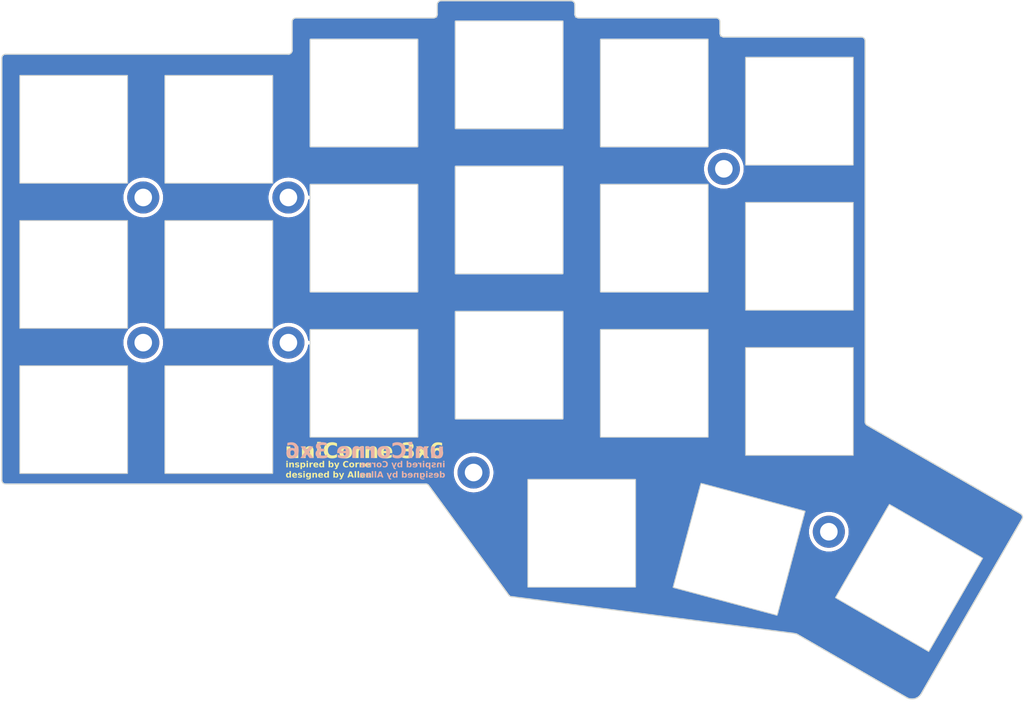
<source format=kicad_pcb>
(kicad_pcb (version 20240108) (generator "pcbnew") (generator_version "8.0")
  (layers (0 "F.Cu" signal) (31 "B.Cu" signal) (34 "B.Paste" user) (35 "F.Paste" user) (36 "B.SilkS" user "B.Silkscreen") (37 "F.SilkS" user "F.Silkscreen") (38 "B.Mask" user) (39 "F.Mask" user) (44 "Edge.Cuts" user))
  (net 0 "")
  (net 1 "GND")
  (footprint "KBD_PARTS:M2_Hole_TH" (layer "F.Cu") (at 98.46 105.85)
    (property "Reference" "H6" (hide yes))
    (property "Value" "MountingHole")
    (pad "" thru_hole circle (at 0 0) (size 4.2 4.2) (drill 2.3) (layers "*.Cu" "*.Mask"))
  )
  (footprint "KBD_PARTS:M2_Hole_TH" (layer "F.Cu") (at 122.7 122.85)
    (property "Reference" "H4" (hide yes))
    (property "Value" "MountingHole")
    (pad "" thru_hole circle (at 0 0) (size 4.2 4.2) (drill 2.3) (layers "*.Cu" "*.Mask"))
  )
  (footprint "KBD_PARTS:M2_Hole_TH" (layer "F.Cu") (at 79.46 86.85)
    (property "Reference" "H7" (hide yes))
    (property "Value" "MountingHole")
    (pad "" thru_hole circle (at 0 0) (size 4.2 4.2) (drill 2.3) (layers "*.Cu" "*.Mask"))
  )
  (footprint "KBD_PARTS:M2_Hole_TH" (layer "F.Cu") (at 98.46 86.85)
    (property "Reference" "H7" (hide yes))
    (property "Value" "MountingHole")
    (pad "" thru_hole circle (at 0 0) (size 4.2 4.2) (drill 2.3) (layers "*.Cu" "*.Mask"))
  )
  (footprint "KBD_PARTS:M2_Hole_TH" (layer "F.Cu") (at 169.2 130.6)
    (property "Reference" "H3" (hide yes))
    (property "Value" "MountingHole")
    (pad "" thru_hole circle (at 0 0) (size 4.2 4.2) (drill 2.3) (layers "*.Cu" "*.Mask"))
  )
  (footprint "KBD_PARTS:M2_Hole_TH" (layer "F.Cu") (at 155.46 83.1)
    (property "Reference" "H5" (hide yes))
    (property "Value" "MountingHole")
    (pad "" thru_hole circle (at 0 0) (size 4.2 4.2) (drill 2.3) (layers "*.Cu" "*.Mask"))
  )
  (footprint "KBD_PARTS:M2_Hole_TH" (layer "F.Cu") (at 79.46 105.85)
    (property "Reference" "H6" (hide yes))
    (property "Value" "MountingHole")
    (pad "" thru_hole circle (at 0 0) (size 4.2 4.2) (drill 2.3) (layers "*.Cu" "*.Mask"))
  )
  (footprint "KBD_PARTS:SW_hole_14x14" (layer "B.Cu") (at 127.35 89.7996 180)
    (property "Reference" "SW8" (hide yes))
    (property "Value" "SW_MX_HS" (hide yes))
    (fp_rect (start -7.05 7.05) (end 7.05 -7.05) (stroke (width 0.12)) (fill none) (layer "Edge.Cuts"))
  )
  (footprint "KBD_PARTS:SW_hole_14x14" (layer "B.Cu") (at 89.35 77.9246 180)
    (property "Reference" "SW1" (hide yes))
    (property "Value" "SW_MX_HS" (hide yes))
    (fp_rect (start -7.05 7.05) (end 7.05 -7.05) (stroke (width 0.12)) (fill none) (layer "Edge.Cuts"))
  )
  (footprint "KBD_PARTS:SW_hole_14x14" (layer "B.Cu") (at 165.35 113.5496 180)
    (property "Reference" "SW15" (hide yes))
    (property "Value" "SW_MX_HS" (hide yes))
    (fp_rect (start -7.05 7.05) (end 7.05 -7.05) (stroke (width 0.12)) (fill none) (layer "Edge.Cuts"))
  )
  (footprint "KBD_PARTS:SW_hole_14x14" (layer "B.Cu") (at 89.35 115.9246 180)
    (property "Reference" "SW11" (hide yes))
    (property "Value" "SW_MX_HS" (hide yes))
    (fp_rect (start -7.05 7.05) (end 7.05 -7.05) (stroke (width 0.12)) (fill none) (layer "Edge.Cuts"))
  )
  (footprint "KBD_PARTS:SW_hole_14x14" (layer "B.Cu") (at 146.35 92.1746 180)
    (property "Reference" "SW9" (hide yes))
    (property "Value" "SW_MX_HS" (hide yes))
    (fp_rect (start -7.05 7.05) (end 7.05 -7.05) (stroke (width 0.12)) (fill none) (layer "Edge.Cuts"))
  )
  (footprint "KBD_PARTS:SW_hole_14x14" (layer "B.Cu") (at 89.35 96.9246 180)
    (property "Reference" "SW6" (hide yes))
    (property "Value" "SW_MX_HS" (hide yes))
    (fp_rect (start -7.05 7.05) (end 7.05 -7.05) (stroke (width 0.12)) (fill none) (layer "Edge.Cuts"))
  )
  (footprint "KBD_PARTS:SW_hole_14x14" (layer "B.Cu") (at 146.35 73.1746 180)
    (property "Reference" "SW4" (hide yes))
    (property "Value" "SW_MX_HS" (hide yes))
    (fp_rect (start -7.05 7.05) (end 7.05 -7.05) (stroke (width 0.12)) (fill none) (layer "Edge.Cuts"))
  )
  (footprint "KBD_PARTS:SW_hole_14x14" (layer "B.Cu") (at 146.35 111.1746 180)
    (property "Reference" "SW14" (hide yes))
    (property "Value" "SW_MX_HS" (hide yes))
    (fp_rect (start -7.05 7.05) (end 7.05 -7.05) (stroke (width 0.12)) (fill none) (layer "Edge.Cuts"))
  )
  (footprint "KBD_PARTS:SW_hole_14x14" (layer "B.Cu") (at 70.35 96.9246 180)
    (property "Reference" "SW6" (hide yes))
    (property "Value" "SW_MX_HS" (hide yes))
    (fp_rect (start -7.05 7.05) (end 7.05 -7.05) (stroke (width 0.12)) (fill none) (layer "Edge.Cuts"))
  )
  (footprint "KBD_PARTS:SW_hole_14x14" (layer "B.Cu") (at 157.45 132.9 165)
    (property "Reference" "SW17" (hide yes))
    (property "Value" "SW_MX_HS" (hide yes))
    (fp_poly (pts (xy -7.05 7.05) (xy 7.05 7.05) (xy 7.05 -7.05) (xy -7.05 -7.05)) (stroke (width 0.12)) (fill none) (layer "Edge.Cuts"))
  )
  (footprint "KBD_PARTS:SW_hole_14x14" (layer "B.Cu") (at 179.7 136.65 -120)
    (property "Reference" "SW18" (hide yes))
    (property "Value" "SW_MX_HS" (hide yes))
    (fp_poly (pts (xy -7.05 7.05) (xy 7.05 7.05) (xy 7.05 -7.05) (xy -7.05 -7.05)) (stroke (width 0.12)) (fill none) (layer "Edge.Cuts"))
  )
  (footprint "KBD_PARTS:SW_hole_14x14" (layer "B.Cu") (at 108.35 73.1746 180)
    (property "Reference" "SW2" (hide yes))
    (property "Value" "SW_MX_HS" (hide yes))
    (fp_rect (start -7.05 7.05) (end 7.05 -7.05) (stroke (width 0.12)) (fill none) (layer "Edge.Cuts"))
  )
  (footprint "KBD_PARTS:SW_hole_14x14" (layer "B.Cu") (at 165.35 75.5496 180)
    (property "Reference" "SW5" (hide yes))
    (property "Value" "SW_MX_HS" (hide yes))
    (fp_rect (start -7.05 7.05) (end 7.05 -7.05) (stroke (width 0.12)) (fill none) (layer "Edge.Cuts"))
  )
  (footprint "KBD_PARTS:SW_hole_14x14" (layer "B.Cu") (at 70.35 115.9246 180)
    (property "Reference" "SW11" (hide yes))
    (property "Value" "SW_MX_HS" (hide yes))
    (fp_rect (start -7.05 7.05) (end 7.05 -7.05) (stroke (width 0.12)) (fill none) (layer "Edge.Cuts"))
  )
  (footprint "KBD_PARTS:SW_hole_14x14" (layer "B.Cu") (at 127.35 108.7996 180)
    (property "Reference" "SW13" (hide yes))
    (property "Value" "SW_MX_HS" (hide yes))
    (fp_rect (start -7.05 7.05) (end 7.05 -7.05) (stroke (width 0.12)) (fill none) (layer "Edge.Cuts"))
  )
  (footprint "KBD_PARTS:SW_hole_14x14" (layer "B.Cu") (at 70.35 77.9246 180)
    (property "Reference" "SW1" (hide yes))
    (property "Value" "SW_MX_HS" (hide yes))
    (fp_rect (start -7.05 7.05) (end 7.05 -7.05) (stroke (width 0.12)) (fill none) (layer "Edge.Cuts"))
  )
  (footprint "KBD_PARTS:SW_hole_14x14" (layer "B.Cu") (at 136.85 130.7996 180)
    (property "Reference" "SW16" (hide yes))
    (property "Value" "SW_MX_HS" (hide yes))
    (fp_rect (start -7.05 7.05) (end 7.05 -7.05) (stroke (width 0.12)) (fill none) (layer "Edge.Cuts"))
  )
  (footprint "KBD_PARTS:SW_hole_14x14" (layer "B.Cu") (at 165.35 94.5496 180)
    (property "Reference" "SW10" (hide yes))
    (property "Value" "SW_MX_HS" (hide yes))
    (fp_rect (start -7.05 7.05) (end 7.05 -7.05) (stroke (width 0.12)) (fill none) (layer "Edge.Cuts"))
  )
  (footprint "KBD_PARTS:SW_hole_14x14" (layer "B.Cu") (at 127.35 70.7996 180)
    (property "Reference" "SW3" (hide yes))
    (property "Value" "SW_MX_HS" (hide yes))
    (fp_rect (start -7.05 7.05) (end 7.05 -7.05) (stroke (width 0.12)) (fill none) (layer "Edge.Cuts"))
  )
  (footprint "KBD_PARTS:SW_hole_14x14" (layer "B.Cu") (at 108.35 92.1746 180)
    (property "Reference" "SW7" (hide yes))
    (property "Value" "SW_MX_HS" (hide yes))
    (fp_rect (start -7.05 7.05) (end 7.05 -7.05) (stroke (width 0.12)) (fill none) (layer "Edge.Cuts"))
  )
  (footprint "KBD_PARTS:SW_hole_14x14" (layer "B.Cu") (at 108.35 111.1746 180)
    (property "Reference" "SW12" (hide yes))
    (property "Value" "SW_MX_HS" (hide yes))
    (fp_rect (start -7.05 7.05) (end 7.05 -7.05) (stroke (width 0.12)) (fill none) (layer "Edge.Cuts"))
  )
  (gr_line (start 173.45 65.85) (end 155.45 65.85) (stroke (width 0.15)) (layer "Edge.Cuts"))
  (gr_line (start 154.95 65.35) (end 154.95 63.85) (stroke (width 0.15)) (layer "Edge.Cuts"))
  (gr_arc (start 127.7 139.1) (mid 127.508658 139.06194) (end 127.346447 138.953553) (stroke (width 0.15)) (layer "Edge.Cuts"))
  (gr_line (start 116.8 124.5) (end 127.35 138.95) (stroke (width 0.15)) (layer "Edge.Cuts"))
  (gr_arc (start 174.2 116.65) (mid 174.012716 116.459602) (end 173.95 116.2) (stroke (width 0.15)) (layer "Edge.Cuts"))
  (gr_line (start 127.7 139.1) (end 164.370556 143.870344) (stroke (width 0.15)) (layer "Edge.Cuts"))
  (gr_line (start 154.45 63.35) (end 136.45 63.35) (stroke (width 0.15)) (layer "Edge.Cuts"))
  (gr_arc (start 136.45 63.35) (mid 136.096447 63.203553) (end 135.95 62.85) (stroke (width 0.15)) (layer "Edge.Cuts"))
  (gr_line (start 165.025 144) (end 179.35 152.275) (stroke (width 0.15)) (layer "Edge.Cuts"))
  (gr_line (start 173.95 66.35) (end 173.95 67.6625) (stroke (width 0.15)) (layer "Edge.Cuts"))
  (gr_arc (start 135.45 61.1) (mid 135.803553 61.246447) (end 135.95 61.6) (stroke (width 0.15)) (layer "Edge.Cuts"))
  (gr_line (start 135.95 62.85) (end 135.95 61.6) (stroke (width 0.15)) (layer "Edge.Cuts"))
  (gr_arc (start 98.95 67.6) (mid 98.803553 67.953553) (end 98.45 68.1) (stroke (width 0.15)) (layer "Edge.Cuts"))
  (gr_arc (start 164.370556 143.870344) (mid 164.700953 143.919147) (end 165.025 144) (stroke (width 0.15)) (layer "Edge.Cuts"))
  (gr_arc (start 117.95 62.85) (mid 117.803553 63.203553) (end 117.45 63.35) (stroke (width 0.15)) (layer "Edge.Cuts"))
  (gr_line (start 117.45 63.35) (end 99.45 63.35) (stroke (width 0.15)) (layer "Edge.Cuts"))
  (gr_arc (start 98.95 63.85) (mid 99.096447 63.496447) (end 99.45 63.35) (stroke (width 0.15)) (layer "Edge.Cuts"))
  (gr_arc (start 154.45 63.35) (mid 154.803553 63.496447) (end 154.95 63.85) (stroke (width 0.15)) (layer "Edge.Cuts"))
  (gr_arc (start 194.3 128.25) (mid 194.535932 128.562892) (end 194.475 128.95) (stroke (width 0.15)) (layer "Edge.Cuts"))
  (gr_line (start 135.45 61.1) (end 118.45 61.1) (stroke (width 0.15)) (layer "Edge.Cuts"))
  (gr_line (start 60.95 68.6) (end 60.95 123.85) (stroke (width 0.15)) (layer "Edge.Cuts"))
  (gr_line (start 116.45 124.35) (end 61.45 124.35) (stroke (width 0.15)) (layer "Edge.Cuts"))
  (gr_arc (start 117.95 61.6) (mid 118.096447 61.246447) (end 118.45 61.1) (stroke (width 0.15)) (layer "Edge.Cuts"))
  (gr_line (start 173.95 67.6625) (end 173.95 116.2) (stroke (width 0.15)) (layer "Edge.Cuts"))
  (gr_arc (start 61.45 124.35) (mid 61.096447 124.203553) (end 60.95 123.85) (stroke (width 0.15)) (layer "Edge.Cuts"))
  (gr_line (start 98.45 68.1) (end 61.45 68.1) (stroke (width 0.15)) (layer "Edge.Cuts"))
  (gr_arc (start 60.95 68.6) (mid 61.096447 68.246447) (end 61.45 68.1) (stroke (width 0.15)) (layer "Edge.Cuts"))
  (gr_line (start 181.25 151.875) (end 194.475 128.95) (stroke (width 0.15)) (layer "Edge.Cuts"))
  (gr_line (start 194.3 128.25) (end 174.2 116.65) (stroke (width 0.15)) (layer "Edge.Cuts"))
  (gr_line (start 98.95 63.85) (end 98.95 67.6) (stroke (width 0.15)) (layer "Edge.Cuts"))
  (gr_line (start 117.95 61.6) (end 117.95 62.85) (stroke (width 0.15)) (layer "Edge.Cuts"))
  (gr_arc (start 116.45 124.35) (mid 116.641342 124.38806) (end 116.803553 124.496447) (stroke (width 0.15)) (layer "Edge.Cuts"))
  (gr_arc (start 173.45 65.85) (mid 173.803553 65.996447) (end 173.95 66.35) (stroke (width 0.15)) (layer "Edge.Cuts"))
  (gr_arc (start 181.242949 151.878583) (mid 180.377399 152.463216) (end 179.35 152.275) (stroke (width 0.15)) (layer "Edge.Cuts"))
  (gr_arc (start 155.45 65.85) (mid 155.096447 65.703553) (end 154.95 65.35) (stroke (width 0.15)) (layer "Edge.Cuts"))
  (gr_text "uniCorne 3x6" (at 118.9 121.3 0) (layer "B.SilkS") (effects (font (size 2 2) (thickness 0.3) (bold yes)) (justify left bottom mirror)))
  (gr_text "inspired by Corne\ndesigned by Allen" (at 118.991834 123.65 0) (layer "B.SilkS") (effects (font (size 0.8 0.8) (thickness 0.2) (bold yes)) (justify left bottom mirror)))
  (gr_text "inspired by Corne\ndesigned by Allen" (at 98.091834 123.65 0) (layer "F.SilkS") (effects (font (size 0.8 0.8) (thickness 0.2) (bold yes)) (justify left bottom)))
  (gr_text "uniCorne 3x6" (at 98 121.3 0) (layer "F.SilkS") (effects (font (size 2 2) (thickness 0.3) (bold yes)) (justify left bottom)))
  (zone (net 1) (net_name "GND") (layers "F&B.Cu") (connect_pads yes (clearance 0.508)) (min_thickness 0.254) (fill yes (thermal_gap 0.508) (thermal_bridge_width 0.508))
    (polygon (pts (xy 173.95 116.4) (xy 173.95 68) (xy 173.95 65.8) (xy 154.95 65.8) (xy 154.95 63.3) (xy 135.95 63.3) (xy 135.95 61) (xy 117.95 61) (xy 117.95 63.3) (xy 98.75 63.3) (xy 98.85 68) (xy 60.71 67.91) (xy 60.78 124.5) (xy 116.55 124.3) (xy 127.55 139.1) (xy 164.75 144.7) (xy 180.45 153.7) (xy 194.75 128.4) (xy 187.4 124.35)))
  )
  (zone (net 1) (net_name "GND") (layer "B.Cu") (connect_pads (clearance 0.508)) (min_thickness 0.254) (fill yes (thermal_gap 0.508) (thermal_bridge_width 0.508))
    (polygon (pts (xy 173.9 116.25) (xy 173.95 68) (xy 173.95 65.8) (xy 154.95 65.8) (xy 154.95 63.3) (xy 135.95 63.3) (xy 135.95 61) (xy 117.95 61) (xy 117.95 63.3) (xy 98.75 63.3) (xy 98.85 68) (xy 60.71 67.91) (xy 60.78 124.5) (xy 116.55 124.3) (xy 127.55 139.1) (xy 164.75 144.7) (xy 180.45 153.7) (xy 194.75 128.4) (xy 187.7 124.45)))
  )
)
</source>
